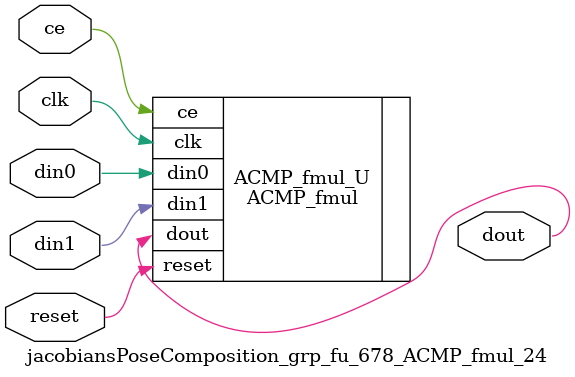
<source format=v>

`timescale 1 ns / 1 ps
module jacobiansPoseComposition_grp_fu_678_ACMP_fmul_24(
    clk,
    reset,
    ce,
    din0,
    din1,
    dout);

parameter ID = 32'd1;
parameter NUM_STAGE = 32'd1;
parameter din0_WIDTH = 32'd1;
parameter din1_WIDTH = 32'd1;
parameter dout_WIDTH = 32'd1;
input clk;
input reset;
input ce;
input[din0_WIDTH - 1:0] din0;
input[din1_WIDTH - 1:0] din1;
output[dout_WIDTH - 1:0] dout;



ACMP_fmul #(
.ID( ID ),
.NUM_STAGE( 4 ),
.din0_WIDTH( din0_WIDTH ),
.din1_WIDTH( din1_WIDTH ),
.dout_WIDTH( dout_WIDTH ))
ACMP_fmul_U(
    .clk( clk ),
    .reset( reset ),
    .ce( ce ),
    .din0( din0 ),
    .din1( din1 ),
    .dout( dout ));

endmodule

</source>
